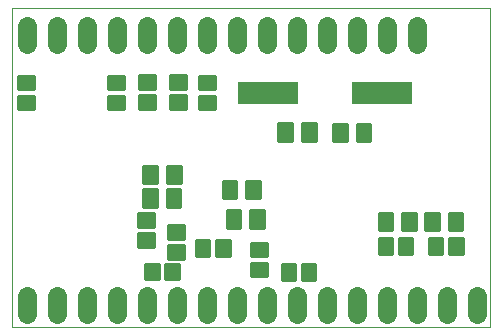
<source format=gbs>
G75*
%MOIN*%
%OFA0B0*%
%FSLAX25Y25*%
%IPPOS*%
%LPD*%
%AMOC8*
5,1,8,0,0,1.08239X$1,22.5*
%
%ADD10C,0.00000*%
%ADD11R,0.20400X0.07400*%
%ADD12C,0.01655*%
%ADD13C,0.06400*%
D10*
X0001600Y0001600D02*
X0161049Y0001600D01*
X0161049Y0107899D01*
X0001600Y0107899D01*
X0001600Y0001600D01*
D11*
X0086800Y0079500D03*
X0124800Y0079500D03*
D12*
X0120769Y0063978D02*
X0116905Y0063978D01*
X0116905Y0069022D01*
X0120769Y0069022D01*
X0120769Y0063978D01*
X0120769Y0065632D02*
X0116905Y0065632D01*
X0116905Y0067286D02*
X0120769Y0067286D01*
X0120769Y0068940D02*
X0116905Y0068940D01*
X0112895Y0063978D02*
X0109031Y0063978D01*
X0109031Y0069022D01*
X0112895Y0069022D01*
X0112895Y0063978D01*
X0112895Y0065632D02*
X0109031Y0065632D01*
X0109031Y0067286D02*
X0112895Y0067286D01*
X0112895Y0068940D02*
X0109031Y0068940D01*
X0102469Y0069122D02*
X0098605Y0069122D01*
X0102469Y0069122D02*
X0102469Y0064078D01*
X0098605Y0064078D01*
X0098605Y0069122D01*
X0098605Y0065732D02*
X0102469Y0065732D01*
X0102469Y0067386D02*
X0098605Y0067386D01*
X0098605Y0069040D02*
X0102469Y0069040D01*
X0094595Y0069122D02*
X0090731Y0069122D01*
X0094595Y0069122D02*
X0094595Y0064078D01*
X0090731Y0064078D01*
X0090731Y0069122D01*
X0090731Y0065732D02*
X0094595Y0065732D01*
X0094595Y0067386D02*
X0090731Y0067386D01*
X0090731Y0069040D02*
X0094595Y0069040D01*
X0064174Y0074522D02*
X0064174Y0078386D01*
X0068826Y0078386D01*
X0068826Y0074522D01*
X0064174Y0074522D01*
X0064174Y0076176D02*
X0068826Y0076176D01*
X0068826Y0077830D02*
X0064174Y0077830D01*
X0054474Y0078486D02*
X0054474Y0074622D01*
X0054474Y0078486D02*
X0059126Y0078486D01*
X0059126Y0074622D01*
X0054474Y0074622D01*
X0054474Y0076276D02*
X0059126Y0076276D01*
X0059126Y0077930D02*
X0054474Y0077930D01*
X0054474Y0081314D02*
X0054474Y0085178D01*
X0059126Y0085178D01*
X0059126Y0081314D01*
X0054474Y0081314D01*
X0054474Y0082968D02*
X0059126Y0082968D01*
X0059126Y0084622D02*
X0054474Y0084622D01*
X0044174Y0085178D02*
X0044174Y0081314D01*
X0044174Y0085178D02*
X0048826Y0085178D01*
X0048826Y0081314D01*
X0044174Y0081314D01*
X0044174Y0082968D02*
X0048826Y0082968D01*
X0048826Y0084622D02*
X0044174Y0084622D01*
X0033874Y0085078D02*
X0033874Y0081214D01*
X0033874Y0085078D02*
X0038526Y0085078D01*
X0038526Y0081214D01*
X0033874Y0081214D01*
X0033874Y0082868D02*
X0038526Y0082868D01*
X0038526Y0084522D02*
X0033874Y0084522D01*
X0033874Y0078386D02*
X0033874Y0074522D01*
X0033874Y0078386D02*
X0038526Y0078386D01*
X0038526Y0074522D01*
X0033874Y0074522D01*
X0033874Y0076176D02*
X0038526Y0076176D01*
X0038526Y0077830D02*
X0033874Y0077830D01*
X0044174Y0078486D02*
X0044174Y0074622D01*
X0044174Y0078486D02*
X0048826Y0078486D01*
X0048826Y0074622D01*
X0044174Y0074622D01*
X0044174Y0076276D02*
X0048826Y0076276D01*
X0048826Y0077930D02*
X0044174Y0077930D01*
X0064174Y0081214D02*
X0064174Y0085078D01*
X0068826Y0085078D01*
X0068826Y0081214D01*
X0064174Y0081214D01*
X0064174Y0082868D02*
X0068826Y0082868D01*
X0068826Y0084522D02*
X0064174Y0084522D01*
X0057469Y0049978D02*
X0053605Y0049978D01*
X0053605Y0055022D01*
X0057469Y0055022D01*
X0057469Y0049978D01*
X0057469Y0051632D02*
X0053605Y0051632D01*
X0053605Y0053286D02*
X0057469Y0053286D01*
X0057469Y0054940D02*
X0053605Y0054940D01*
X0049595Y0049978D02*
X0045731Y0049978D01*
X0045731Y0055022D01*
X0049595Y0055022D01*
X0049595Y0049978D01*
X0049595Y0051632D02*
X0045731Y0051632D01*
X0045731Y0053286D02*
X0049595Y0053286D01*
X0049595Y0054940D02*
X0045731Y0054940D01*
X0045631Y0047122D02*
X0049495Y0047122D01*
X0049495Y0042078D01*
X0045631Y0042078D01*
X0045631Y0047122D01*
X0045631Y0043732D02*
X0049495Y0043732D01*
X0049495Y0045386D02*
X0045631Y0045386D01*
X0045631Y0047040D02*
X0049495Y0047040D01*
X0053505Y0047122D02*
X0057369Y0047122D01*
X0057369Y0042078D01*
X0053505Y0042078D01*
X0053505Y0047122D01*
X0053505Y0043732D02*
X0057369Y0043732D01*
X0057369Y0045386D02*
X0053505Y0045386D01*
X0053505Y0047040D02*
X0057369Y0047040D01*
X0044074Y0039278D02*
X0044074Y0035414D01*
X0044074Y0039278D02*
X0048726Y0039278D01*
X0048726Y0035414D01*
X0044074Y0035414D01*
X0044074Y0037068D02*
X0048726Y0037068D01*
X0048726Y0038722D02*
X0044074Y0038722D01*
X0044074Y0032586D02*
X0044074Y0028722D01*
X0044074Y0032586D02*
X0048726Y0032586D01*
X0048726Y0028722D01*
X0044074Y0028722D01*
X0044074Y0030376D02*
X0048726Y0030376D01*
X0048726Y0032030D02*
X0044074Y0032030D01*
X0053874Y0031414D02*
X0053874Y0035278D01*
X0058526Y0035278D01*
X0058526Y0031414D01*
X0053874Y0031414D01*
X0053874Y0033068D02*
X0058526Y0033068D01*
X0058526Y0034722D02*
X0053874Y0034722D01*
X0053874Y0028586D02*
X0053874Y0024722D01*
X0053874Y0028586D02*
X0058526Y0028586D01*
X0058526Y0024722D01*
X0053874Y0024722D01*
X0053874Y0026376D02*
X0058526Y0026376D01*
X0058526Y0028030D02*
X0053874Y0028030D01*
X0053014Y0022426D02*
X0056878Y0022426D01*
X0056878Y0017774D01*
X0053014Y0017774D01*
X0053014Y0022426D01*
X0053014Y0019428D02*
X0056878Y0019428D01*
X0056878Y0021082D02*
X0053014Y0021082D01*
X0050186Y0022426D02*
X0046322Y0022426D01*
X0050186Y0022426D02*
X0050186Y0017774D01*
X0046322Y0017774D01*
X0046322Y0022426D01*
X0046322Y0019428D02*
X0050186Y0019428D01*
X0050186Y0021082D02*
X0046322Y0021082D01*
X0063222Y0025474D02*
X0067086Y0025474D01*
X0063222Y0025474D02*
X0063222Y0030126D01*
X0067086Y0030126D01*
X0067086Y0025474D01*
X0067086Y0027128D02*
X0063222Y0027128D01*
X0063222Y0028782D02*
X0067086Y0028782D01*
X0069914Y0025474D02*
X0073778Y0025474D01*
X0069914Y0025474D02*
X0069914Y0030126D01*
X0073778Y0030126D01*
X0073778Y0025474D01*
X0073778Y0027128D02*
X0069914Y0027128D01*
X0069914Y0028782D02*
X0073778Y0028782D01*
X0086426Y0029378D02*
X0086426Y0025514D01*
X0081774Y0025514D01*
X0081774Y0029378D01*
X0086426Y0029378D01*
X0086426Y0027168D02*
X0081774Y0027168D01*
X0081774Y0028822D02*
X0086426Y0028822D01*
X0086426Y0022686D02*
X0086426Y0018822D01*
X0081774Y0018822D01*
X0081774Y0022686D01*
X0086426Y0022686D01*
X0086426Y0020476D02*
X0081774Y0020476D01*
X0081774Y0022130D02*
X0086426Y0022130D01*
X0091822Y0022126D02*
X0095686Y0022126D01*
X0095686Y0017474D01*
X0091822Y0017474D01*
X0091822Y0022126D01*
X0091822Y0019128D02*
X0095686Y0019128D01*
X0095686Y0020782D02*
X0091822Y0020782D01*
X0098514Y0022126D02*
X0102378Y0022126D01*
X0102378Y0017474D01*
X0098514Y0017474D01*
X0098514Y0022126D01*
X0098514Y0019128D02*
X0102378Y0019128D01*
X0102378Y0020782D02*
X0098514Y0020782D01*
X0085269Y0040122D02*
X0081405Y0040122D01*
X0085269Y0040122D02*
X0085269Y0035078D01*
X0081405Y0035078D01*
X0081405Y0040122D01*
X0081405Y0036732D02*
X0085269Y0036732D01*
X0085269Y0038386D02*
X0081405Y0038386D01*
X0081405Y0040040D02*
X0085269Y0040040D01*
X0083869Y0044878D02*
X0080005Y0044878D01*
X0080005Y0049922D01*
X0083869Y0049922D01*
X0083869Y0044878D01*
X0083869Y0046532D02*
X0080005Y0046532D01*
X0080005Y0048186D02*
X0083869Y0048186D01*
X0083869Y0049840D02*
X0080005Y0049840D01*
X0075995Y0044878D02*
X0072131Y0044878D01*
X0072131Y0049922D01*
X0075995Y0049922D01*
X0075995Y0044878D01*
X0075995Y0046532D02*
X0072131Y0046532D01*
X0072131Y0048186D02*
X0075995Y0048186D01*
X0075995Y0049840D02*
X0072131Y0049840D01*
X0073531Y0040122D02*
X0077395Y0040122D01*
X0077395Y0035078D01*
X0073531Y0035078D01*
X0073531Y0040122D01*
X0073531Y0036732D02*
X0077395Y0036732D01*
X0077395Y0038386D02*
X0073531Y0038386D01*
X0073531Y0040040D02*
X0077395Y0040040D01*
X0124121Y0039402D02*
X0127985Y0039402D01*
X0127985Y0034358D01*
X0124121Y0034358D01*
X0124121Y0039402D01*
X0124121Y0036012D02*
X0127985Y0036012D01*
X0127985Y0037666D02*
X0124121Y0037666D01*
X0124121Y0039320D02*
X0127985Y0039320D01*
X0131995Y0039402D02*
X0135859Y0039402D01*
X0135859Y0034358D01*
X0131995Y0034358D01*
X0131995Y0039402D01*
X0131995Y0036012D02*
X0135859Y0036012D01*
X0135859Y0037666D02*
X0131995Y0037666D01*
X0131995Y0039320D02*
X0135859Y0039320D01*
X0139671Y0039402D02*
X0143535Y0039402D01*
X0143535Y0034358D01*
X0139671Y0034358D01*
X0139671Y0039402D01*
X0139671Y0036012D02*
X0143535Y0036012D01*
X0143535Y0037666D02*
X0139671Y0037666D01*
X0139671Y0039320D02*
X0143535Y0039320D01*
X0147545Y0039402D02*
X0151409Y0039402D01*
X0151409Y0034358D01*
X0147545Y0034358D01*
X0147545Y0039402D01*
X0147545Y0036012D02*
X0151409Y0036012D01*
X0151409Y0037666D02*
X0147545Y0037666D01*
X0147545Y0039320D02*
X0151409Y0039320D01*
X0151458Y0026354D02*
X0147594Y0026354D01*
X0147594Y0031006D01*
X0151458Y0031006D01*
X0151458Y0026354D01*
X0151458Y0028008D02*
X0147594Y0028008D01*
X0147594Y0029662D02*
X0151458Y0029662D01*
X0144766Y0026354D02*
X0140902Y0026354D01*
X0140902Y0031006D01*
X0144766Y0031006D01*
X0144766Y0026354D01*
X0144766Y0028008D02*
X0140902Y0028008D01*
X0140902Y0029662D02*
X0144766Y0029662D01*
X0134668Y0026264D02*
X0130804Y0026264D01*
X0130804Y0030916D01*
X0134668Y0030916D01*
X0134668Y0026264D01*
X0134668Y0027918D02*
X0130804Y0027918D01*
X0130804Y0029572D02*
X0134668Y0029572D01*
X0127976Y0026264D02*
X0124112Y0026264D01*
X0124112Y0030916D01*
X0127976Y0030916D01*
X0127976Y0026264D01*
X0127976Y0027918D02*
X0124112Y0027918D01*
X0124112Y0029572D02*
X0127976Y0029572D01*
X0003874Y0074522D02*
X0003874Y0078386D01*
X0008526Y0078386D01*
X0008526Y0074522D01*
X0003874Y0074522D01*
X0003874Y0076176D02*
X0008526Y0076176D01*
X0008526Y0077830D02*
X0003874Y0077830D01*
X0003874Y0081214D02*
X0003874Y0085078D01*
X0008526Y0085078D01*
X0008526Y0081214D01*
X0003874Y0081214D01*
X0003874Y0082868D02*
X0008526Y0082868D01*
X0008526Y0084522D02*
X0003874Y0084522D01*
D13*
X0006600Y0096100D02*
X0006600Y0102100D01*
X0016600Y0102100D02*
X0016600Y0096100D01*
X0026600Y0096100D02*
X0026600Y0102100D01*
X0036600Y0102100D02*
X0036600Y0096100D01*
X0046600Y0096100D02*
X0046600Y0102100D01*
X0056600Y0102100D02*
X0056600Y0096100D01*
X0066600Y0096100D02*
X0066600Y0102100D01*
X0076600Y0102100D02*
X0076600Y0096100D01*
X0086600Y0096100D02*
X0086600Y0102100D01*
X0096600Y0102100D02*
X0096600Y0096100D01*
X0106600Y0096100D02*
X0106600Y0102100D01*
X0116600Y0102100D02*
X0116600Y0096100D01*
X0126600Y0096100D02*
X0126600Y0102100D01*
X0136600Y0102100D02*
X0136600Y0096100D01*
X0136600Y0012100D02*
X0136600Y0006100D01*
X0126600Y0006100D02*
X0126600Y0012100D01*
X0116600Y0012100D02*
X0116600Y0006100D01*
X0106600Y0006100D02*
X0106600Y0012100D01*
X0096600Y0012100D02*
X0096600Y0006100D01*
X0086600Y0006100D02*
X0086600Y0012100D01*
X0076600Y0012100D02*
X0076600Y0006100D01*
X0066600Y0006100D02*
X0066600Y0012100D01*
X0056600Y0012100D02*
X0056600Y0006100D01*
X0046600Y0006100D02*
X0046600Y0012100D01*
X0036600Y0012100D02*
X0036600Y0006100D01*
X0026600Y0006100D02*
X0026600Y0012100D01*
X0016600Y0012100D02*
X0016600Y0006100D01*
X0006600Y0006100D02*
X0006600Y0012100D01*
X0146500Y0012100D02*
X0146500Y0006100D01*
X0156500Y0006100D02*
X0156500Y0012100D01*
M02*

</source>
